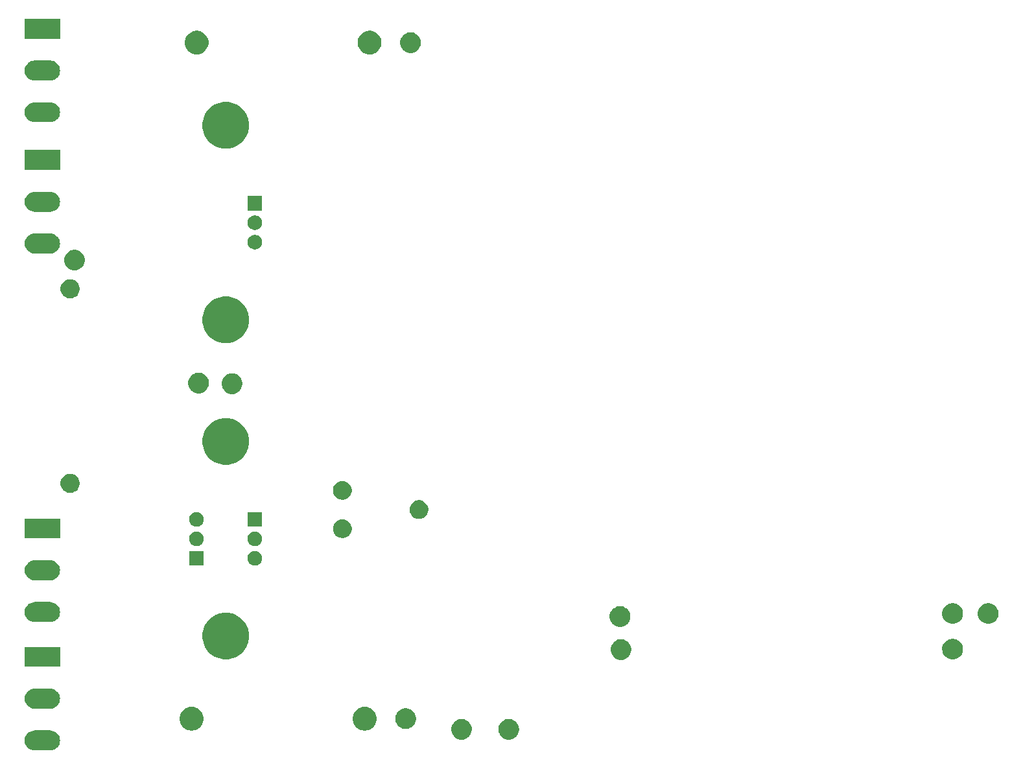
<source format=gbr>
G04 #@! TF.GenerationSoftware,KiCad,Pcbnew,5.1.5-52549c5~84~ubuntu18.04.1*
G04 #@! TF.CreationDate,2020-03-16T16:27:59+13:00*
G04 #@! TF.ProjectId,Trimodal SMD,5472696d-6f64-4616-9c20-534d442e6b69,rev?*
G04 #@! TF.SameCoordinates,Original*
G04 #@! TF.FileFunction,Soldermask,Bot*
G04 #@! TF.FilePolarity,Negative*
%FSLAX46Y46*%
G04 Gerber Fmt 4.6, Leading zero omitted, Abs format (unit mm)*
G04 Created by KiCad (PCBNEW 5.1.5-52549c5~84~ubuntu18.04.1) date 2020-03-16 16:27:59*
%MOMM*%
%LPD*%
G04 APERTURE LIST*
%ADD10C,0.100000*%
G04 APERTURE END LIST*
D10*
G36*
X66119972Y-127273912D02*
G01*
X66215540Y-127283325D01*
X66460780Y-127357718D01*
X66686794Y-127478525D01*
X66738399Y-127520876D01*
X66884897Y-127641103D01*
X66988165Y-127766937D01*
X67047475Y-127839206D01*
X67168282Y-128065220D01*
X67242675Y-128310460D01*
X67267794Y-128565500D01*
X67242675Y-128820540D01*
X67168282Y-129065780D01*
X67047475Y-129291794D01*
X67005124Y-129343399D01*
X66884897Y-129489897D01*
X66738399Y-129610124D01*
X66686794Y-129652475D01*
X66460780Y-129773282D01*
X66215540Y-129847675D01*
X66119973Y-129857087D01*
X66024406Y-129866500D01*
X63896594Y-129866500D01*
X63801027Y-129857087D01*
X63705460Y-129847675D01*
X63460220Y-129773282D01*
X63234206Y-129652475D01*
X63182601Y-129610124D01*
X63036103Y-129489897D01*
X62915876Y-129343399D01*
X62873525Y-129291794D01*
X62752718Y-129065780D01*
X62678325Y-128820540D01*
X62653206Y-128565500D01*
X62678325Y-128310460D01*
X62752718Y-128065220D01*
X62873525Y-127839206D01*
X62932835Y-127766937D01*
X63036103Y-127641103D01*
X63182601Y-127520876D01*
X63234206Y-127478525D01*
X63460220Y-127357718D01*
X63705460Y-127283325D01*
X63801028Y-127273912D01*
X63896594Y-127264500D01*
X66024406Y-127264500D01*
X66119972Y-127273912D01*
G37*
G36*
X126251072Y-125827918D02*
G01*
X126383476Y-125882761D01*
X126496939Y-125929759D01*
X126608328Y-126004187D01*
X126718211Y-126077609D01*
X126906391Y-126265789D01*
X127054242Y-126487063D01*
X127156082Y-126732928D01*
X127194734Y-126927242D01*
X127208000Y-126993938D01*
X127208000Y-127260062D01*
X127156082Y-127521072D01*
X127054241Y-127766939D01*
X126906390Y-127988212D01*
X126718212Y-128176390D01*
X126496939Y-128324241D01*
X126496938Y-128324242D01*
X126496937Y-128324242D01*
X126251072Y-128426082D01*
X125990063Y-128478000D01*
X125723937Y-128478000D01*
X125462928Y-128426082D01*
X125217063Y-128324242D01*
X125217062Y-128324242D01*
X125217061Y-128324241D01*
X124995788Y-128176390D01*
X124807610Y-127988212D01*
X124659759Y-127766939D01*
X124557918Y-127521072D01*
X124506000Y-127260062D01*
X124506000Y-126993938D01*
X124519267Y-126927242D01*
X124557918Y-126732928D01*
X124659758Y-126487063D01*
X124807609Y-126265789D01*
X124995789Y-126077609D01*
X125105672Y-126004187D01*
X125217061Y-125929759D01*
X125330525Y-125882761D01*
X125462928Y-125827918D01*
X125723937Y-125776000D01*
X125990063Y-125776000D01*
X126251072Y-125827918D01*
G37*
G36*
X120091572Y-125827918D02*
G01*
X120223976Y-125882761D01*
X120337439Y-125929759D01*
X120448828Y-126004187D01*
X120558711Y-126077609D01*
X120746891Y-126265789D01*
X120894742Y-126487063D01*
X120996582Y-126732928D01*
X121035234Y-126927242D01*
X121048500Y-126993938D01*
X121048500Y-127260062D01*
X120996582Y-127521072D01*
X120894741Y-127766939D01*
X120746890Y-127988212D01*
X120558712Y-128176390D01*
X120337439Y-128324241D01*
X120337438Y-128324242D01*
X120337437Y-128324242D01*
X120091572Y-128426082D01*
X119830563Y-128478000D01*
X119564437Y-128478000D01*
X119303428Y-128426082D01*
X119057563Y-128324242D01*
X119057562Y-128324242D01*
X119057561Y-128324241D01*
X118836288Y-128176390D01*
X118648110Y-127988212D01*
X118500259Y-127766939D01*
X118398418Y-127521072D01*
X118346500Y-127260062D01*
X118346500Y-126993938D01*
X118359767Y-126927242D01*
X118398418Y-126732928D01*
X118500258Y-126487063D01*
X118648109Y-126265789D01*
X118836289Y-126077609D01*
X118946172Y-126004187D01*
X119057561Y-125929759D01*
X119171025Y-125882761D01*
X119303428Y-125827918D01*
X119564437Y-125776000D01*
X119830563Y-125776000D01*
X120091572Y-125827918D01*
G37*
G36*
X84725777Y-124202475D02*
G01*
X84907410Y-124238604D01*
X85189674Y-124355521D01*
X85443705Y-124525259D01*
X85659741Y-124741295D01*
X85829479Y-124995326D01*
X85946396Y-125277590D01*
X86006000Y-125577240D01*
X86006000Y-125882760D01*
X85946396Y-126182410D01*
X85829479Y-126464674D01*
X85659741Y-126718705D01*
X85443705Y-126934741D01*
X85189674Y-127104479D01*
X84907410Y-127221396D01*
X84757585Y-127251198D01*
X84607761Y-127281000D01*
X84302239Y-127281000D01*
X84152415Y-127251198D01*
X84002590Y-127221396D01*
X83720326Y-127104479D01*
X83466295Y-126934741D01*
X83250259Y-126718705D01*
X83080521Y-126464674D01*
X82963604Y-126182410D01*
X82904000Y-125882760D01*
X82904000Y-125577240D01*
X82963604Y-125277590D01*
X83080521Y-124995326D01*
X83250259Y-124741295D01*
X83466295Y-124525259D01*
X83720326Y-124355521D01*
X84002590Y-124238604D01*
X84184223Y-124202475D01*
X84302239Y-124179000D01*
X84607761Y-124179000D01*
X84725777Y-124202475D01*
G37*
G36*
X107325777Y-124202475D02*
G01*
X107507410Y-124238604D01*
X107789674Y-124355521D01*
X108043705Y-124525259D01*
X108259741Y-124741295D01*
X108429479Y-124995326D01*
X108546396Y-125277590D01*
X108606000Y-125577240D01*
X108606000Y-125882760D01*
X108546396Y-126182410D01*
X108429479Y-126464674D01*
X108259741Y-126718705D01*
X108043705Y-126934741D01*
X107789674Y-127104479D01*
X107507410Y-127221396D01*
X107357585Y-127251198D01*
X107207761Y-127281000D01*
X106902239Y-127281000D01*
X106752415Y-127251198D01*
X106602590Y-127221396D01*
X106320326Y-127104479D01*
X106066295Y-126934741D01*
X105850259Y-126718705D01*
X105680521Y-126464674D01*
X105563604Y-126182410D01*
X105504000Y-125882760D01*
X105504000Y-125577240D01*
X105563604Y-125277590D01*
X105680521Y-124995326D01*
X105850259Y-124741295D01*
X106066295Y-124525259D01*
X106320326Y-124355521D01*
X106602590Y-124238604D01*
X106784223Y-124202475D01*
X106902239Y-124179000D01*
X107207761Y-124179000D01*
X107325777Y-124202475D01*
G37*
G36*
X112789072Y-124430918D02*
G01*
X113016833Y-124525259D01*
X113034939Y-124532759D01*
X113146328Y-124607187D01*
X113256211Y-124680609D01*
X113444391Y-124868789D01*
X113592242Y-125090063D01*
X113694082Y-125335928D01*
X113746000Y-125596937D01*
X113746000Y-125863063D01*
X113732733Y-125929759D01*
X113694082Y-126124072D01*
X113592241Y-126369939D01*
X113444390Y-126591212D01*
X113256212Y-126779390D01*
X113034939Y-126927241D01*
X113034938Y-126927242D01*
X113034937Y-126927242D01*
X112789072Y-127029082D01*
X112528063Y-127081000D01*
X112261937Y-127081000D01*
X112000928Y-127029082D01*
X111755063Y-126927242D01*
X111755062Y-126927242D01*
X111755061Y-126927241D01*
X111533788Y-126779390D01*
X111345610Y-126591212D01*
X111197759Y-126369939D01*
X111095918Y-126124072D01*
X111057267Y-125929759D01*
X111044000Y-125863063D01*
X111044000Y-125596937D01*
X111095918Y-125335928D01*
X111197758Y-125090063D01*
X111345609Y-124868789D01*
X111533789Y-124680609D01*
X111643672Y-124607187D01*
X111755061Y-124532759D01*
X111773168Y-124525259D01*
X112000928Y-124430918D01*
X112261937Y-124379000D01*
X112528063Y-124379000D01*
X112789072Y-124430918D01*
G37*
G36*
X66119973Y-121823913D02*
G01*
X66215540Y-121833325D01*
X66460780Y-121907718D01*
X66686794Y-122028525D01*
X66738399Y-122070876D01*
X66884897Y-122191103D01*
X67005124Y-122337601D01*
X67047475Y-122389206D01*
X67168282Y-122615220D01*
X67242675Y-122860460D01*
X67267794Y-123115500D01*
X67242675Y-123370540D01*
X67168282Y-123615780D01*
X67047475Y-123841794D01*
X67005124Y-123893399D01*
X66884897Y-124039897D01*
X66738399Y-124160124D01*
X66686794Y-124202475D01*
X66460780Y-124323282D01*
X66215540Y-124397675D01*
X66119973Y-124407087D01*
X66024406Y-124416500D01*
X63896594Y-124416500D01*
X63801027Y-124407087D01*
X63705460Y-124397675D01*
X63460220Y-124323282D01*
X63234206Y-124202475D01*
X63182601Y-124160124D01*
X63036103Y-124039897D01*
X62915876Y-123893399D01*
X62873525Y-123841794D01*
X62752718Y-123615780D01*
X62678325Y-123370540D01*
X62653206Y-123115500D01*
X62678325Y-122860460D01*
X62752718Y-122615220D01*
X62873525Y-122389206D01*
X62915876Y-122337601D01*
X63036103Y-122191103D01*
X63182601Y-122070876D01*
X63234206Y-122028525D01*
X63460220Y-121907718D01*
X63705460Y-121833325D01*
X63801027Y-121823913D01*
X63896594Y-121814500D01*
X66024406Y-121814500D01*
X66119973Y-121823913D01*
G37*
G36*
X67261500Y-118966500D02*
G01*
X62659500Y-118966500D01*
X62659500Y-116364500D01*
X67261500Y-116364500D01*
X67261500Y-118966500D01*
G37*
G36*
X140919572Y-115413918D02*
G01*
X141165439Y-115515759D01*
X141276828Y-115590187D01*
X141386711Y-115663609D01*
X141574891Y-115851789D01*
X141722742Y-116073063D01*
X141824582Y-116318928D01*
X141876500Y-116579937D01*
X141876500Y-116846063D01*
X141824582Y-117107072D01*
X141742654Y-117304866D01*
X141722741Y-117352939D01*
X141574890Y-117574212D01*
X141386712Y-117762390D01*
X141165439Y-117910241D01*
X141165438Y-117910242D01*
X141165437Y-117910242D01*
X140919572Y-118012082D01*
X140658563Y-118064000D01*
X140392437Y-118064000D01*
X140131428Y-118012082D01*
X139885563Y-117910242D01*
X139885562Y-117910242D01*
X139885561Y-117910241D01*
X139664288Y-117762390D01*
X139476110Y-117574212D01*
X139328259Y-117352939D01*
X139308347Y-117304866D01*
X139226418Y-117107072D01*
X139174500Y-116846063D01*
X139174500Y-116579937D01*
X139226418Y-116318928D01*
X139328258Y-116073063D01*
X139476109Y-115851789D01*
X139664289Y-115663609D01*
X139774172Y-115590187D01*
X139885561Y-115515759D01*
X140131428Y-115413918D01*
X140392437Y-115362000D01*
X140658563Y-115362000D01*
X140919572Y-115413918D01*
G37*
G36*
X184224573Y-115348419D02*
G01*
X184382703Y-115413918D01*
X184470440Y-115450260D01*
X184568464Y-115515758D01*
X184691712Y-115598110D01*
X184879892Y-115786290D01*
X185027743Y-116007564D01*
X185129583Y-116253429D01*
X185181501Y-116514438D01*
X185181501Y-116780564D01*
X185168472Y-116846063D01*
X185129583Y-117041573D01*
X185027742Y-117287440D01*
X184879891Y-117508713D01*
X184691713Y-117696891D01*
X184470440Y-117844742D01*
X184470439Y-117844743D01*
X184470438Y-117844743D01*
X184224573Y-117946583D01*
X183963564Y-117998501D01*
X183697438Y-117998501D01*
X183436429Y-117946583D01*
X183190564Y-117844743D01*
X183190563Y-117844743D01*
X183190562Y-117844742D01*
X182969289Y-117696891D01*
X182781111Y-117508713D01*
X182633260Y-117287440D01*
X182531419Y-117041573D01*
X182492530Y-116846063D01*
X182479501Y-116780564D01*
X182479501Y-116514438D01*
X182531419Y-116253429D01*
X182633259Y-116007564D01*
X182781110Y-115786290D01*
X182969290Y-115598110D01*
X183092538Y-115515758D01*
X183190562Y-115450260D01*
X183278300Y-115413918D01*
X183436429Y-115348419D01*
X183697438Y-115296501D01*
X183963564Y-115296501D01*
X184224573Y-115348419D01*
G37*
G36*
X89789943Y-112001248D02*
G01*
X90345189Y-112231238D01*
X90450762Y-112301780D01*
X90844899Y-112565134D01*
X91269866Y-112990101D01*
X91406603Y-113194742D01*
X91603762Y-113489811D01*
X91833752Y-114045057D01*
X91951000Y-114634501D01*
X91951000Y-115235499D01*
X91833752Y-115824943D01*
X91603762Y-116380189D01*
X91603761Y-116380190D01*
X91269866Y-116879899D01*
X90844899Y-117304866D01*
X90593347Y-117472948D01*
X90345189Y-117638762D01*
X89789943Y-117868752D01*
X89200499Y-117986000D01*
X88599501Y-117986000D01*
X88010057Y-117868752D01*
X87454811Y-117638762D01*
X87206653Y-117472948D01*
X86955101Y-117304866D01*
X86530134Y-116879899D01*
X86196239Y-116380190D01*
X86196238Y-116380189D01*
X85966248Y-115824943D01*
X85849000Y-115235499D01*
X85849000Y-114634501D01*
X85966248Y-114045057D01*
X86196238Y-113489811D01*
X86393397Y-113194742D01*
X86530134Y-112990101D01*
X86955101Y-112565134D01*
X87349238Y-112301780D01*
X87454811Y-112231238D01*
X88010057Y-112001248D01*
X88599501Y-111884000D01*
X89200499Y-111884000D01*
X89789943Y-112001248D01*
G37*
G36*
X140688446Y-111075206D02*
G01*
X140792572Y-111095918D01*
X141038439Y-111197759D01*
X141149828Y-111272187D01*
X141259711Y-111345609D01*
X141447891Y-111533789D01*
X141595742Y-111755063D01*
X141697582Y-112000928D01*
X141749500Y-112261937D01*
X141749500Y-112528063D01*
X141697582Y-112789072D01*
X141606369Y-113009282D01*
X141595741Y-113034939D01*
X141447890Y-113256212D01*
X141259712Y-113444390D01*
X141038439Y-113592241D01*
X141038438Y-113592242D01*
X141038437Y-113592242D01*
X140792572Y-113694082D01*
X140531563Y-113746000D01*
X140265437Y-113746000D01*
X140004428Y-113694082D01*
X139758563Y-113592242D01*
X139758562Y-113592242D01*
X139758561Y-113592241D01*
X139537288Y-113444390D01*
X139349110Y-113256212D01*
X139201259Y-113034939D01*
X139190632Y-113009282D01*
X139099418Y-112789072D01*
X139047500Y-112528063D01*
X139047500Y-112261937D01*
X139099418Y-112000928D01*
X139201258Y-111755063D01*
X139349109Y-111533789D01*
X139537289Y-111345609D01*
X139647172Y-111272187D01*
X139758561Y-111197759D01*
X140004428Y-111095918D01*
X140108554Y-111075206D01*
X140265437Y-111044000D01*
X140531563Y-111044000D01*
X140688446Y-111075206D01*
G37*
G36*
X188874573Y-110698419D02*
G01*
X188913457Y-110714525D01*
X189120440Y-110800260D01*
X189231829Y-110874688D01*
X189341712Y-110948110D01*
X189529892Y-111136290D01*
X189677743Y-111357564D01*
X189779583Y-111603429D01*
X189831501Y-111864438D01*
X189831501Y-112130564D01*
X189779583Y-112391573D01*
X189677743Y-112637438D01*
X189529892Y-112858712D01*
X189341712Y-113046892D01*
X189258489Y-113102500D01*
X189120440Y-113194742D01*
X189120439Y-113194743D01*
X189120438Y-113194743D01*
X188874573Y-113296583D01*
X188613564Y-113348501D01*
X188347438Y-113348501D01*
X188086429Y-113296583D01*
X187840564Y-113194743D01*
X187840563Y-113194743D01*
X187840562Y-113194742D01*
X187702513Y-113102500D01*
X187619290Y-113046892D01*
X187431110Y-112858712D01*
X187283259Y-112637438D01*
X187181419Y-112391573D01*
X187129501Y-112130564D01*
X187129501Y-111864438D01*
X187181419Y-111603429D01*
X187283259Y-111357564D01*
X187431110Y-111136290D01*
X187619290Y-110948110D01*
X187729173Y-110874688D01*
X187840562Y-110800260D01*
X188047546Y-110714525D01*
X188086429Y-110698419D01*
X188347438Y-110646501D01*
X188613564Y-110646501D01*
X188874573Y-110698419D01*
G37*
G36*
X184224573Y-110698419D02*
G01*
X184263457Y-110714525D01*
X184470440Y-110800260D01*
X184581829Y-110874688D01*
X184691712Y-110948110D01*
X184879892Y-111136290D01*
X185027743Y-111357564D01*
X185129583Y-111603429D01*
X185181501Y-111864438D01*
X185181501Y-112130564D01*
X185129583Y-112391573D01*
X185027743Y-112637438D01*
X184879892Y-112858712D01*
X184691712Y-113046892D01*
X184608489Y-113102500D01*
X184470440Y-113194742D01*
X184470439Y-113194743D01*
X184470438Y-113194743D01*
X184224573Y-113296583D01*
X183963564Y-113348501D01*
X183697438Y-113348501D01*
X183436429Y-113296583D01*
X183190564Y-113194743D01*
X183190563Y-113194743D01*
X183190562Y-113194742D01*
X183052513Y-113102500D01*
X182969290Y-113046892D01*
X182781110Y-112858712D01*
X182633259Y-112637438D01*
X182531419Y-112391573D01*
X182479501Y-112130564D01*
X182479501Y-111864438D01*
X182531419Y-111603429D01*
X182633259Y-111357564D01*
X182781110Y-111136290D01*
X182969290Y-110948110D01*
X183079173Y-110874688D01*
X183190562Y-110800260D01*
X183397546Y-110714525D01*
X183436429Y-110698419D01*
X183697438Y-110646501D01*
X183963564Y-110646501D01*
X184224573Y-110698419D01*
G37*
G36*
X66119973Y-110509913D02*
G01*
X66215540Y-110519325D01*
X66460780Y-110593718D01*
X66686794Y-110714525D01*
X66738399Y-110756876D01*
X66884897Y-110877103D01*
X67005124Y-111023601D01*
X67047475Y-111075206D01*
X67168282Y-111301220D01*
X67242675Y-111546460D01*
X67267794Y-111801500D01*
X67242675Y-112056540D01*
X67168282Y-112301780D01*
X67047475Y-112527794D01*
X67016831Y-112565134D01*
X66884897Y-112725897D01*
X66738399Y-112846124D01*
X66686794Y-112888475D01*
X66460780Y-113009282D01*
X66215540Y-113083675D01*
X66119973Y-113093087D01*
X66024406Y-113102500D01*
X63896594Y-113102500D01*
X63801027Y-113093087D01*
X63705460Y-113083675D01*
X63460220Y-113009282D01*
X63234206Y-112888475D01*
X63182601Y-112846124D01*
X63036103Y-112725897D01*
X62904169Y-112565134D01*
X62873525Y-112527794D01*
X62752718Y-112301780D01*
X62678325Y-112056540D01*
X62653206Y-111801500D01*
X62678325Y-111546460D01*
X62752718Y-111301220D01*
X62873525Y-111075206D01*
X62915876Y-111023601D01*
X63036103Y-110877103D01*
X63182601Y-110756876D01*
X63234206Y-110714525D01*
X63460220Y-110593718D01*
X63705460Y-110519325D01*
X63801027Y-110509913D01*
X63896594Y-110500500D01*
X66024406Y-110500500D01*
X66119973Y-110509913D01*
G37*
G36*
X66043656Y-105052396D02*
G01*
X66215540Y-105069325D01*
X66460780Y-105143718D01*
X66686794Y-105264525D01*
X66738399Y-105306876D01*
X66884897Y-105427103D01*
X66955956Y-105513690D01*
X67047475Y-105625206D01*
X67168282Y-105851220D01*
X67242675Y-106096460D01*
X67267794Y-106351500D01*
X67242675Y-106606540D01*
X67168282Y-106851780D01*
X67047475Y-107077794D01*
X67005124Y-107129399D01*
X66884897Y-107275897D01*
X66738399Y-107396124D01*
X66686794Y-107438475D01*
X66460780Y-107559282D01*
X66215540Y-107633675D01*
X66119973Y-107643087D01*
X66024406Y-107652500D01*
X63896594Y-107652500D01*
X63801027Y-107643087D01*
X63705460Y-107633675D01*
X63460220Y-107559282D01*
X63234206Y-107438475D01*
X63182601Y-107396124D01*
X63036103Y-107275897D01*
X62915876Y-107129399D01*
X62873525Y-107077794D01*
X62752718Y-106851780D01*
X62678325Y-106606540D01*
X62653206Y-106351500D01*
X62678325Y-106096460D01*
X62752718Y-105851220D01*
X62873525Y-105625206D01*
X62965044Y-105513690D01*
X63036103Y-105427103D01*
X63182601Y-105306876D01*
X63234206Y-105264525D01*
X63460220Y-105143718D01*
X63705460Y-105069325D01*
X63877344Y-105052396D01*
X63896594Y-105050500D01*
X66024406Y-105050500D01*
X66043656Y-105052396D01*
G37*
G36*
X86041000Y-105726000D02*
G01*
X84139000Y-105726000D01*
X84139000Y-103824000D01*
X86041000Y-103824000D01*
X86041000Y-105726000D01*
G37*
G36*
X92987395Y-103860546D02*
G01*
X93160466Y-103932234D01*
X93160467Y-103932235D01*
X93316227Y-104036310D01*
X93448690Y-104168773D01*
X93448691Y-104168775D01*
X93552766Y-104324534D01*
X93624454Y-104497605D01*
X93661000Y-104681333D01*
X93661000Y-104868667D01*
X93624454Y-105052395D01*
X93552766Y-105225466D01*
X93501081Y-105302818D01*
X93448690Y-105381227D01*
X93316227Y-105513690D01*
X93237818Y-105566081D01*
X93160466Y-105617766D01*
X92987395Y-105689454D01*
X92803667Y-105726000D01*
X92616333Y-105726000D01*
X92432605Y-105689454D01*
X92259534Y-105617766D01*
X92182182Y-105566081D01*
X92103773Y-105513690D01*
X91971310Y-105381227D01*
X91918919Y-105302818D01*
X91867234Y-105225466D01*
X91795546Y-105052395D01*
X91759000Y-104868667D01*
X91759000Y-104681333D01*
X91795546Y-104497605D01*
X91867234Y-104324534D01*
X91971309Y-104168775D01*
X91971310Y-104168773D01*
X92103773Y-104036310D01*
X92259533Y-103932235D01*
X92259534Y-103932234D01*
X92432605Y-103860546D01*
X92616333Y-103824000D01*
X92803667Y-103824000D01*
X92987395Y-103860546D01*
G37*
G36*
X85367395Y-101320546D02*
G01*
X85540466Y-101392234D01*
X85540467Y-101392235D01*
X85696227Y-101496310D01*
X85828690Y-101628773D01*
X85828691Y-101628775D01*
X85932766Y-101784534D01*
X86004454Y-101957605D01*
X86041000Y-102141333D01*
X86041000Y-102328667D01*
X86004454Y-102512395D01*
X85932766Y-102685466D01*
X85932765Y-102685467D01*
X85828690Y-102841227D01*
X85696227Y-102973690D01*
X85617818Y-103026081D01*
X85540466Y-103077766D01*
X85367395Y-103149454D01*
X85183667Y-103186000D01*
X84996333Y-103186000D01*
X84812605Y-103149454D01*
X84639534Y-103077766D01*
X84562182Y-103026081D01*
X84483773Y-102973690D01*
X84351310Y-102841227D01*
X84247235Y-102685467D01*
X84247234Y-102685466D01*
X84175546Y-102512395D01*
X84139000Y-102328667D01*
X84139000Y-102141333D01*
X84175546Y-101957605D01*
X84247234Y-101784534D01*
X84351309Y-101628775D01*
X84351310Y-101628773D01*
X84483773Y-101496310D01*
X84639533Y-101392235D01*
X84639534Y-101392234D01*
X84812605Y-101320546D01*
X84996333Y-101284000D01*
X85183667Y-101284000D01*
X85367395Y-101320546D01*
G37*
G36*
X92987395Y-101320546D02*
G01*
X93160466Y-101392234D01*
X93160467Y-101392235D01*
X93316227Y-101496310D01*
X93448690Y-101628773D01*
X93448691Y-101628775D01*
X93552766Y-101784534D01*
X93624454Y-101957605D01*
X93661000Y-102141333D01*
X93661000Y-102328667D01*
X93624454Y-102512395D01*
X93552766Y-102685466D01*
X93552765Y-102685467D01*
X93448690Y-102841227D01*
X93316227Y-102973690D01*
X93237818Y-103026081D01*
X93160466Y-103077766D01*
X92987395Y-103149454D01*
X92803667Y-103186000D01*
X92616333Y-103186000D01*
X92432605Y-103149454D01*
X92259534Y-103077766D01*
X92182182Y-103026081D01*
X92103773Y-102973690D01*
X91971310Y-102841227D01*
X91867235Y-102685467D01*
X91867234Y-102685466D01*
X91795546Y-102512395D01*
X91759000Y-102328667D01*
X91759000Y-102141333D01*
X91795546Y-101957605D01*
X91867234Y-101784534D01*
X91971309Y-101628775D01*
X91971310Y-101628773D01*
X92103773Y-101496310D01*
X92259533Y-101392235D01*
X92259534Y-101392234D01*
X92432605Y-101320546D01*
X92616333Y-101284000D01*
X92803667Y-101284000D01*
X92987395Y-101320546D01*
G37*
G36*
X67261500Y-102202500D02*
G01*
X62659500Y-102202500D01*
X62659500Y-99600500D01*
X67261500Y-99600500D01*
X67261500Y-102202500D01*
G37*
G36*
X104378205Y-99727461D02*
G01*
X104496153Y-99750922D01*
X104587272Y-99788665D01*
X104718359Y-99842963D01*
X104918342Y-99976587D01*
X105088413Y-100146658D01*
X105222037Y-100346641D01*
X105258094Y-100433690D01*
X105314078Y-100568847D01*
X105361000Y-100804742D01*
X105361000Y-101045258D01*
X105314078Y-101281153D01*
X105297760Y-101320547D01*
X105222037Y-101503359D01*
X105088413Y-101703342D01*
X104918342Y-101873413D01*
X104718359Y-102007037D01*
X104588194Y-102060953D01*
X104496153Y-102099078D01*
X104378205Y-102122539D01*
X104260259Y-102146000D01*
X104019741Y-102146000D01*
X103901795Y-102122539D01*
X103783847Y-102099078D01*
X103691806Y-102060953D01*
X103561641Y-102007037D01*
X103361658Y-101873413D01*
X103191587Y-101703342D01*
X103057963Y-101503359D01*
X102982240Y-101320547D01*
X102965922Y-101281153D01*
X102919000Y-101045258D01*
X102919000Y-100804742D01*
X102965922Y-100568847D01*
X103021906Y-100433690D01*
X103057963Y-100346641D01*
X103191587Y-100146658D01*
X103361658Y-99976587D01*
X103561641Y-99842963D01*
X103692728Y-99788665D01*
X103783847Y-99750922D01*
X103901795Y-99727461D01*
X104019741Y-99704000D01*
X104260259Y-99704000D01*
X104378205Y-99727461D01*
G37*
G36*
X85367395Y-98780546D02*
G01*
X85540466Y-98852234D01*
X85540467Y-98852235D01*
X85696227Y-98956310D01*
X85828690Y-99088773D01*
X85828691Y-99088775D01*
X85932766Y-99244534D01*
X86004454Y-99417605D01*
X86041000Y-99601333D01*
X86041000Y-99788667D01*
X86004454Y-99972395D01*
X85932766Y-100145466D01*
X85881081Y-100222818D01*
X85828690Y-100301227D01*
X85696227Y-100433690D01*
X85617818Y-100486081D01*
X85540466Y-100537766D01*
X85367395Y-100609454D01*
X85183667Y-100646000D01*
X84996333Y-100646000D01*
X84812605Y-100609454D01*
X84639534Y-100537766D01*
X84562182Y-100486081D01*
X84483773Y-100433690D01*
X84351310Y-100301227D01*
X84298919Y-100222818D01*
X84247234Y-100145466D01*
X84175546Y-99972395D01*
X84139000Y-99788667D01*
X84139000Y-99601333D01*
X84175546Y-99417605D01*
X84247234Y-99244534D01*
X84351309Y-99088775D01*
X84351310Y-99088773D01*
X84483773Y-98956310D01*
X84639533Y-98852235D01*
X84639534Y-98852234D01*
X84812605Y-98780546D01*
X84996333Y-98744000D01*
X85183667Y-98744000D01*
X85367395Y-98780546D01*
G37*
G36*
X93661000Y-100646000D02*
G01*
X91759000Y-100646000D01*
X91759000Y-98744000D01*
X93661000Y-98744000D01*
X93661000Y-100646000D01*
G37*
G36*
X114496153Y-97250922D02*
G01*
X114588194Y-97289047D01*
X114718359Y-97342963D01*
X114918342Y-97476587D01*
X115088413Y-97646658D01*
X115222037Y-97846641D01*
X115275953Y-97976806D01*
X115314078Y-98068847D01*
X115361000Y-98304742D01*
X115361000Y-98545258D01*
X115314199Y-98780547D01*
X115314078Y-98781152D01*
X115222037Y-99003359D01*
X115088413Y-99203342D01*
X114918342Y-99373413D01*
X114718359Y-99507037D01*
X114588194Y-99560953D01*
X114496153Y-99599078D01*
X114260259Y-99646000D01*
X114019741Y-99646000D01*
X113901795Y-99622539D01*
X113783847Y-99599078D01*
X113691806Y-99560953D01*
X113561641Y-99507037D01*
X113361658Y-99373413D01*
X113191587Y-99203342D01*
X113057963Y-99003359D01*
X112965922Y-98781152D01*
X112965802Y-98780547D01*
X112919000Y-98545258D01*
X112919000Y-98304742D01*
X112965922Y-98068847D01*
X113004047Y-97976806D01*
X113057963Y-97846641D01*
X113191587Y-97646658D01*
X113361658Y-97476587D01*
X113561641Y-97342963D01*
X113691806Y-97289047D01*
X113783847Y-97250922D01*
X114019741Y-97204000D01*
X114260259Y-97204000D01*
X114496153Y-97250922D01*
G37*
G36*
X104378205Y-94727461D02*
G01*
X104496153Y-94750922D01*
X104588194Y-94789047D01*
X104718359Y-94842963D01*
X104918342Y-94976587D01*
X105088413Y-95146658D01*
X105222037Y-95346641D01*
X105314078Y-95568848D01*
X105361000Y-95804741D01*
X105361000Y-96045259D01*
X105314078Y-96281152D01*
X105222037Y-96503359D01*
X105088413Y-96703342D01*
X104918342Y-96873413D01*
X104718359Y-97007037D01*
X104588194Y-97060953D01*
X104496153Y-97099078D01*
X104378205Y-97122539D01*
X104260259Y-97146000D01*
X104019741Y-97146000D01*
X103901795Y-97122539D01*
X103783847Y-97099078D01*
X103691806Y-97060953D01*
X103561641Y-97007037D01*
X103361658Y-96873413D01*
X103191587Y-96703342D01*
X103057963Y-96503359D01*
X102965922Y-96281152D01*
X102919000Y-96045259D01*
X102919000Y-95804741D01*
X102965922Y-95568848D01*
X103057963Y-95346641D01*
X103191587Y-95146658D01*
X103361658Y-94976587D01*
X103561641Y-94842963D01*
X103691806Y-94789047D01*
X103783847Y-94750922D01*
X103901795Y-94727461D01*
X104019741Y-94704000D01*
X104260259Y-94704000D01*
X104378205Y-94727461D01*
G37*
G36*
X68944903Y-93793075D02*
G01*
X69172571Y-93887378D01*
X69377466Y-94024285D01*
X69551715Y-94198534D01*
X69688622Y-94403429D01*
X69782925Y-94631097D01*
X69831000Y-94872787D01*
X69831000Y-95119213D01*
X69782925Y-95360903D01*
X69688622Y-95588571D01*
X69551715Y-95793466D01*
X69377466Y-95967715D01*
X69172571Y-96104622D01*
X69172570Y-96104623D01*
X69172569Y-96104623D01*
X68944903Y-96198925D01*
X68703214Y-96247000D01*
X68456786Y-96247000D01*
X68215097Y-96198925D01*
X67987431Y-96104623D01*
X67987430Y-96104623D01*
X67987429Y-96104622D01*
X67782534Y-95967715D01*
X67608285Y-95793466D01*
X67471378Y-95588571D01*
X67377075Y-95360903D01*
X67329000Y-95119213D01*
X67329000Y-94872787D01*
X67377075Y-94631097D01*
X67471378Y-94403429D01*
X67608285Y-94198534D01*
X67782534Y-94024285D01*
X67987429Y-93887378D01*
X68215097Y-93793075D01*
X68456786Y-93745000D01*
X68703214Y-93745000D01*
X68944903Y-93793075D01*
G37*
G36*
X89789943Y-86601248D02*
G01*
X90345189Y-86831238D01*
X90345190Y-86831239D01*
X90844899Y-87165134D01*
X91269866Y-87590101D01*
X91269867Y-87590103D01*
X91603762Y-88089811D01*
X91833752Y-88645057D01*
X91951000Y-89234501D01*
X91951000Y-89835499D01*
X91833752Y-90424943D01*
X91603762Y-90980189D01*
X91603761Y-90980190D01*
X91269866Y-91479899D01*
X90844899Y-91904866D01*
X90593347Y-92072948D01*
X90345189Y-92238762D01*
X89789943Y-92468752D01*
X89200499Y-92586000D01*
X88599501Y-92586000D01*
X88010057Y-92468752D01*
X87454811Y-92238762D01*
X87206653Y-92072948D01*
X86955101Y-91904866D01*
X86530134Y-91479899D01*
X86196239Y-90980190D01*
X86196238Y-90980189D01*
X85966248Y-90424943D01*
X85849000Y-89835499D01*
X85849000Y-89234501D01*
X85966248Y-88645057D01*
X86196238Y-88089811D01*
X86530133Y-87590103D01*
X86530134Y-87590101D01*
X86955101Y-87165134D01*
X87454810Y-86831239D01*
X87454811Y-86831238D01*
X88010057Y-86601248D01*
X88599501Y-86484000D01*
X89200499Y-86484000D01*
X89789943Y-86601248D01*
G37*
G36*
X90119572Y-80679418D02*
G01*
X90212134Y-80717758D01*
X90365439Y-80781259D01*
X90476828Y-80855687D01*
X90586711Y-80929109D01*
X90774891Y-81117289D01*
X90922742Y-81338563D01*
X91024582Y-81584428D01*
X91076500Y-81845437D01*
X91076500Y-82111563D01*
X91024582Y-82372572D01*
X90949044Y-82554939D01*
X90922741Y-82618439D01*
X90774890Y-82839712D01*
X90586712Y-83027890D01*
X90365439Y-83175741D01*
X90365438Y-83175742D01*
X90365437Y-83175742D01*
X90119572Y-83277582D01*
X89858563Y-83329500D01*
X89592437Y-83329500D01*
X89331428Y-83277582D01*
X89085563Y-83175742D01*
X89085562Y-83175742D01*
X89085561Y-83175741D01*
X88864288Y-83027890D01*
X88676110Y-82839712D01*
X88528259Y-82618439D01*
X88501957Y-82554939D01*
X88426418Y-82372572D01*
X88374500Y-82111563D01*
X88374500Y-81845437D01*
X88426418Y-81584428D01*
X88528258Y-81338563D01*
X88676109Y-81117289D01*
X88864289Y-80929109D01*
X88974172Y-80855687D01*
X89085561Y-80781259D01*
X89238867Y-80717758D01*
X89331428Y-80679418D01*
X89592437Y-80627500D01*
X89858563Y-80627500D01*
X90119572Y-80679418D01*
G37*
G36*
X85738072Y-80615918D02*
G01*
X85983939Y-80717759D01*
X86078971Y-80781258D01*
X86205211Y-80865609D01*
X86393391Y-81053789D01*
X86541242Y-81275063D01*
X86567544Y-81338563D01*
X86643082Y-81520928D01*
X86695000Y-81781938D01*
X86695000Y-82048062D01*
X86643082Y-82309072D01*
X86541241Y-82554939D01*
X86393390Y-82776212D01*
X86205212Y-82964390D01*
X85983939Y-83112241D01*
X85983938Y-83112242D01*
X85983937Y-83112242D01*
X85738072Y-83214082D01*
X85477063Y-83266000D01*
X85210937Y-83266000D01*
X84949928Y-83214082D01*
X84704063Y-83112242D01*
X84704062Y-83112242D01*
X84704061Y-83112241D01*
X84482788Y-82964390D01*
X84294610Y-82776212D01*
X84146759Y-82554939D01*
X84044918Y-82309072D01*
X83993000Y-82048062D01*
X83993000Y-81781938D01*
X84044918Y-81520928D01*
X84120456Y-81338563D01*
X84146758Y-81275063D01*
X84294609Y-81053789D01*
X84482789Y-80865609D01*
X84609029Y-80781258D01*
X84704061Y-80717759D01*
X84949928Y-80615918D01*
X85210937Y-80564000D01*
X85477063Y-80564000D01*
X85738072Y-80615918D01*
G37*
G36*
X89789943Y-70726248D02*
G01*
X90345189Y-70956238D01*
X90345190Y-70956239D01*
X90844899Y-71290134D01*
X91269866Y-71715101D01*
X91269867Y-71715103D01*
X91603762Y-72214811D01*
X91833752Y-72770057D01*
X91951000Y-73359501D01*
X91951000Y-73960499D01*
X91833752Y-74549943D01*
X91603762Y-75105189D01*
X91603761Y-75105190D01*
X91269866Y-75604899D01*
X90844899Y-76029866D01*
X90593347Y-76197948D01*
X90345189Y-76363762D01*
X89789943Y-76593752D01*
X89200499Y-76711000D01*
X88599501Y-76711000D01*
X88010057Y-76593752D01*
X87454811Y-76363762D01*
X87206653Y-76197948D01*
X86955101Y-76029866D01*
X86530134Y-75604899D01*
X86196239Y-75105190D01*
X86196238Y-75105189D01*
X85966248Y-74549943D01*
X85849000Y-73960499D01*
X85849000Y-73359501D01*
X85966248Y-72770057D01*
X86196238Y-72214811D01*
X86530133Y-71715103D01*
X86530134Y-71715101D01*
X86955101Y-71290134D01*
X87454810Y-70956239D01*
X87454811Y-70956238D01*
X88010057Y-70726248D01*
X88599501Y-70609000D01*
X89200499Y-70609000D01*
X89789943Y-70726248D01*
G37*
G36*
X68944903Y-68393075D02*
G01*
X69172571Y-68487378D01*
X69377466Y-68624285D01*
X69551715Y-68798534D01*
X69688622Y-69003429D01*
X69782925Y-69231097D01*
X69831000Y-69472787D01*
X69831000Y-69719213D01*
X69782925Y-69960903D01*
X69688622Y-70188571D01*
X69551715Y-70393466D01*
X69377466Y-70567715D01*
X69172571Y-70704622D01*
X69172570Y-70704623D01*
X69172569Y-70704623D01*
X68944903Y-70798925D01*
X68703214Y-70847000D01*
X68456786Y-70847000D01*
X68215097Y-70798925D01*
X67987431Y-70704623D01*
X67987430Y-70704623D01*
X67987429Y-70704622D01*
X67782534Y-70567715D01*
X67608285Y-70393466D01*
X67471378Y-70188571D01*
X67377075Y-69960903D01*
X67329000Y-69719213D01*
X67329000Y-69472787D01*
X67377075Y-69231097D01*
X67471378Y-69003429D01*
X67608285Y-68798534D01*
X67782534Y-68624285D01*
X67987429Y-68487378D01*
X68215097Y-68393075D01*
X68456786Y-68345000D01*
X68703214Y-68345000D01*
X68944903Y-68393075D01*
G37*
G36*
X69545572Y-64550418D02*
G01*
X69701237Y-64614896D01*
X69791439Y-64652259D01*
X69902828Y-64726687D01*
X70012711Y-64800109D01*
X70200891Y-64988289D01*
X70274313Y-65098172D01*
X70348741Y-65209561D01*
X70450582Y-65455428D01*
X70502500Y-65716438D01*
X70502500Y-65982562D01*
X70450582Y-66243572D01*
X70348741Y-66489439D01*
X70200890Y-66710712D01*
X70012712Y-66898890D01*
X69791439Y-67046741D01*
X69791438Y-67046742D01*
X69791437Y-67046742D01*
X69545572Y-67148582D01*
X69284563Y-67200500D01*
X69018437Y-67200500D01*
X68757428Y-67148582D01*
X68511563Y-67046742D01*
X68511562Y-67046742D01*
X68511561Y-67046741D01*
X68290288Y-66898890D01*
X68102110Y-66710712D01*
X67954259Y-66489439D01*
X67852418Y-66243572D01*
X67800500Y-65982562D01*
X67800500Y-65716438D01*
X67852418Y-65455428D01*
X67954259Y-65209561D01*
X68028687Y-65098172D01*
X68102109Y-64988289D01*
X68290289Y-64800109D01*
X68400172Y-64726687D01*
X68511561Y-64652259D01*
X68601764Y-64614896D01*
X68757428Y-64550418D01*
X69018437Y-64498500D01*
X69284563Y-64498500D01*
X69545572Y-64550418D01*
G37*
G36*
X66119973Y-62398913D02*
G01*
X66215540Y-62408325D01*
X66460780Y-62482718D01*
X66686794Y-62603525D01*
X66738399Y-62645876D01*
X66884897Y-62766103D01*
X67005124Y-62912601D01*
X67047475Y-62964206D01*
X67168282Y-63190220D01*
X67242675Y-63435460D01*
X67267794Y-63690500D01*
X67242675Y-63945540D01*
X67168282Y-64190780D01*
X67047475Y-64416794D01*
X67005124Y-64468399D01*
X66884897Y-64614897D01*
X66738399Y-64735124D01*
X66686794Y-64777475D01*
X66460780Y-64898282D01*
X66215540Y-64972675D01*
X66119973Y-64982087D01*
X66024406Y-64991500D01*
X63896594Y-64991500D01*
X63801027Y-64982087D01*
X63705460Y-64972675D01*
X63460220Y-64898282D01*
X63234206Y-64777475D01*
X63182601Y-64735124D01*
X63036103Y-64614897D01*
X62915876Y-64468399D01*
X62873525Y-64416794D01*
X62752718Y-64190780D01*
X62678325Y-63945540D01*
X62653206Y-63690500D01*
X62678325Y-63435460D01*
X62752718Y-63190220D01*
X62873525Y-62964206D01*
X62915876Y-62912601D01*
X63036103Y-62766103D01*
X63182601Y-62645876D01*
X63234206Y-62603525D01*
X63460220Y-62482718D01*
X63705460Y-62408325D01*
X63801027Y-62398913D01*
X63896594Y-62389500D01*
X66024406Y-62389500D01*
X66119973Y-62398913D01*
G37*
G36*
X92987395Y-62585546D02*
G01*
X93160466Y-62657234D01*
X93160467Y-62657235D01*
X93316227Y-62761310D01*
X93448690Y-62893773D01*
X93448691Y-62893775D01*
X93552766Y-63049534D01*
X93624454Y-63222605D01*
X93661000Y-63406333D01*
X93661000Y-63593667D01*
X93624454Y-63777395D01*
X93552766Y-63950466D01*
X93552765Y-63950467D01*
X93448690Y-64106227D01*
X93316227Y-64238690D01*
X93237818Y-64291081D01*
X93160466Y-64342766D01*
X92987395Y-64414454D01*
X92803667Y-64451000D01*
X92616333Y-64451000D01*
X92432605Y-64414454D01*
X92259534Y-64342766D01*
X92182182Y-64291081D01*
X92103773Y-64238690D01*
X91971310Y-64106227D01*
X91867235Y-63950467D01*
X91867234Y-63950466D01*
X91795546Y-63777395D01*
X91759000Y-63593667D01*
X91759000Y-63406333D01*
X91795546Y-63222605D01*
X91867234Y-63049534D01*
X91971309Y-62893775D01*
X91971310Y-62893773D01*
X92103773Y-62761310D01*
X92259533Y-62657235D01*
X92259534Y-62657234D01*
X92432605Y-62585546D01*
X92616333Y-62549000D01*
X92803667Y-62549000D01*
X92987395Y-62585546D01*
G37*
G36*
X92987395Y-60045546D02*
G01*
X93160466Y-60117234D01*
X93160467Y-60117235D01*
X93316227Y-60221310D01*
X93448690Y-60353773D01*
X93448691Y-60353775D01*
X93552766Y-60509534D01*
X93624454Y-60682605D01*
X93661000Y-60866333D01*
X93661000Y-61053667D01*
X93624454Y-61237395D01*
X93552766Y-61410466D01*
X93552765Y-61410467D01*
X93448690Y-61566227D01*
X93316227Y-61698690D01*
X93237818Y-61751081D01*
X93160466Y-61802766D01*
X92987395Y-61874454D01*
X92803667Y-61911000D01*
X92616333Y-61911000D01*
X92432605Y-61874454D01*
X92259534Y-61802766D01*
X92182182Y-61751081D01*
X92103773Y-61698690D01*
X91971310Y-61566227D01*
X91867235Y-61410467D01*
X91867234Y-61410466D01*
X91795546Y-61237395D01*
X91759000Y-61053667D01*
X91759000Y-60866333D01*
X91795546Y-60682605D01*
X91867234Y-60509534D01*
X91971309Y-60353775D01*
X91971310Y-60353773D01*
X92103773Y-60221310D01*
X92259533Y-60117235D01*
X92259534Y-60117234D01*
X92432605Y-60045546D01*
X92616333Y-60009000D01*
X92803667Y-60009000D01*
X92987395Y-60045546D01*
G37*
G36*
X66119973Y-56948913D02*
G01*
X66215540Y-56958325D01*
X66460780Y-57032718D01*
X66686794Y-57153525D01*
X66738399Y-57195876D01*
X66884897Y-57316103D01*
X67005124Y-57462601D01*
X67047475Y-57514206D01*
X67168282Y-57740220D01*
X67242675Y-57985460D01*
X67267794Y-58240500D01*
X67242675Y-58495540D01*
X67168282Y-58740780D01*
X67047475Y-58966794D01*
X67005124Y-59018399D01*
X66884897Y-59164897D01*
X66738399Y-59285124D01*
X66686794Y-59327475D01*
X66460780Y-59448282D01*
X66215540Y-59522675D01*
X66119972Y-59532088D01*
X66024406Y-59541500D01*
X63896594Y-59541500D01*
X63801028Y-59532088D01*
X63705460Y-59522675D01*
X63460220Y-59448282D01*
X63234206Y-59327475D01*
X63182601Y-59285124D01*
X63036103Y-59164897D01*
X62915876Y-59018399D01*
X62873525Y-58966794D01*
X62752718Y-58740780D01*
X62678325Y-58495540D01*
X62653206Y-58240500D01*
X62678325Y-57985460D01*
X62752718Y-57740220D01*
X62873525Y-57514206D01*
X62915876Y-57462601D01*
X63036103Y-57316103D01*
X63182601Y-57195876D01*
X63234206Y-57153525D01*
X63460220Y-57032718D01*
X63705460Y-56958325D01*
X63801027Y-56948913D01*
X63896594Y-56939500D01*
X66024406Y-56939500D01*
X66119973Y-56948913D01*
G37*
G36*
X93661000Y-59371000D02*
G01*
X91759000Y-59371000D01*
X91759000Y-57469000D01*
X93661000Y-57469000D01*
X93661000Y-59371000D01*
G37*
G36*
X67261500Y-54091500D02*
G01*
X62659500Y-54091500D01*
X62659500Y-51489500D01*
X67261500Y-51489500D01*
X67261500Y-54091500D01*
G37*
G36*
X89789943Y-45326248D02*
G01*
X90345189Y-45556238D01*
X90593347Y-45722052D01*
X90844899Y-45890134D01*
X91269866Y-46315101D01*
X91269867Y-46315103D01*
X91603762Y-46814811D01*
X91833752Y-47370057D01*
X91951000Y-47959501D01*
X91951000Y-48560499D01*
X91833752Y-49149943D01*
X91603762Y-49705189D01*
X91603761Y-49705190D01*
X91269866Y-50204899D01*
X90844899Y-50629866D01*
X90593347Y-50797948D01*
X90345189Y-50963762D01*
X89789943Y-51193752D01*
X89200499Y-51311000D01*
X88599501Y-51311000D01*
X88010057Y-51193752D01*
X87454811Y-50963762D01*
X87206653Y-50797948D01*
X86955101Y-50629866D01*
X86530134Y-50204899D01*
X86196239Y-49705190D01*
X86196238Y-49705189D01*
X85966248Y-49149943D01*
X85849000Y-48560499D01*
X85849000Y-47959501D01*
X85966248Y-47370057D01*
X86196238Y-46814811D01*
X86530133Y-46315103D01*
X86530134Y-46315101D01*
X86955101Y-45890134D01*
X87206653Y-45722052D01*
X87454811Y-45556238D01*
X88010057Y-45326248D01*
X88599501Y-45209000D01*
X89200499Y-45209000D01*
X89789943Y-45326248D01*
G37*
G36*
X66119972Y-45253912D02*
G01*
X66215540Y-45263325D01*
X66460780Y-45337718D01*
X66686794Y-45458525D01*
X66738399Y-45500876D01*
X66884897Y-45621103D01*
X67005124Y-45767601D01*
X67047475Y-45819206D01*
X67168282Y-46045220D01*
X67242675Y-46290460D01*
X67267794Y-46545500D01*
X67242675Y-46800540D01*
X67168282Y-47045780D01*
X67047475Y-47271794D01*
X67005124Y-47323399D01*
X66884897Y-47469897D01*
X66738399Y-47590124D01*
X66686794Y-47632475D01*
X66460780Y-47753282D01*
X66215540Y-47827675D01*
X66119973Y-47837087D01*
X66024406Y-47846500D01*
X63896594Y-47846500D01*
X63801028Y-47837088D01*
X63705460Y-47827675D01*
X63460220Y-47753282D01*
X63234206Y-47632475D01*
X63182601Y-47590124D01*
X63036103Y-47469897D01*
X62915876Y-47323399D01*
X62873525Y-47271794D01*
X62752718Y-47045780D01*
X62678325Y-46800540D01*
X62653206Y-46545500D01*
X62678325Y-46290460D01*
X62752718Y-46045220D01*
X62873525Y-45819206D01*
X62915876Y-45767601D01*
X63036103Y-45621103D01*
X63182601Y-45500876D01*
X63234206Y-45458525D01*
X63460220Y-45337718D01*
X63705460Y-45263325D01*
X63801028Y-45253912D01*
X63896594Y-45244500D01*
X66024406Y-45244500D01*
X66119972Y-45253912D01*
G37*
G36*
X66119972Y-39803912D02*
G01*
X66215540Y-39813325D01*
X66460780Y-39887718D01*
X66686794Y-40008525D01*
X66738399Y-40050876D01*
X66884897Y-40171103D01*
X67005124Y-40317601D01*
X67047475Y-40369206D01*
X67168282Y-40595220D01*
X67242675Y-40840460D01*
X67267794Y-41095500D01*
X67242675Y-41350540D01*
X67168282Y-41595780D01*
X67047475Y-41821794D01*
X67005124Y-41873399D01*
X66884897Y-42019897D01*
X66738399Y-42140124D01*
X66686794Y-42182475D01*
X66460780Y-42303282D01*
X66215540Y-42377675D01*
X66119973Y-42387087D01*
X66024406Y-42396500D01*
X63896594Y-42396500D01*
X63801027Y-42387087D01*
X63705460Y-42377675D01*
X63460220Y-42303282D01*
X63234206Y-42182475D01*
X63182601Y-42140124D01*
X63036103Y-42019897D01*
X62915876Y-41873399D01*
X62873525Y-41821794D01*
X62752718Y-41595780D01*
X62678325Y-41350540D01*
X62653206Y-41095500D01*
X62678325Y-40840460D01*
X62752718Y-40595220D01*
X62873525Y-40369206D01*
X62915876Y-40317601D01*
X63036103Y-40171103D01*
X63182601Y-40050876D01*
X63234206Y-40008525D01*
X63460220Y-39887718D01*
X63705460Y-39813325D01*
X63801028Y-39803912D01*
X63896594Y-39794500D01*
X66024406Y-39794500D01*
X66119972Y-39803912D01*
G37*
G36*
X85392585Y-35943802D02*
G01*
X85542410Y-35973604D01*
X85824674Y-36090521D01*
X86078705Y-36260259D01*
X86294741Y-36476295D01*
X86464479Y-36730326D01*
X86581396Y-37012590D01*
X86641000Y-37312240D01*
X86641000Y-37617760D01*
X86581396Y-37917410D01*
X86464479Y-38199674D01*
X86294741Y-38453705D01*
X86078705Y-38669741D01*
X85824674Y-38839479D01*
X85542410Y-38956396D01*
X85392585Y-38986198D01*
X85242761Y-39016000D01*
X84937239Y-39016000D01*
X84787415Y-38986198D01*
X84637590Y-38956396D01*
X84355326Y-38839479D01*
X84101295Y-38669741D01*
X83885259Y-38453705D01*
X83715521Y-38199674D01*
X83598604Y-37917410D01*
X83539000Y-37617760D01*
X83539000Y-37312240D01*
X83598604Y-37012590D01*
X83715521Y-36730326D01*
X83885259Y-36476295D01*
X84101295Y-36260259D01*
X84355326Y-36090521D01*
X84637590Y-35973604D01*
X84787415Y-35943802D01*
X84937239Y-35914000D01*
X85242761Y-35914000D01*
X85392585Y-35943802D01*
G37*
G36*
X107992585Y-35943802D02*
G01*
X108142410Y-35973604D01*
X108424674Y-36090521D01*
X108678705Y-36260259D01*
X108894741Y-36476295D01*
X109064479Y-36730326D01*
X109181396Y-37012590D01*
X109241000Y-37312240D01*
X109241000Y-37617760D01*
X109181396Y-37917410D01*
X109064479Y-38199674D01*
X108894741Y-38453705D01*
X108678705Y-38669741D01*
X108424674Y-38839479D01*
X108142410Y-38956396D01*
X107992585Y-38986198D01*
X107842761Y-39016000D01*
X107537239Y-39016000D01*
X107387415Y-38986198D01*
X107237590Y-38956396D01*
X106955326Y-38839479D01*
X106701295Y-38669741D01*
X106485259Y-38453705D01*
X106315521Y-38199674D01*
X106198604Y-37917410D01*
X106139000Y-37617760D01*
X106139000Y-37312240D01*
X106198604Y-37012590D01*
X106315521Y-36730326D01*
X106485259Y-36476295D01*
X106701295Y-36260259D01*
X106955326Y-36090521D01*
X107237590Y-35973604D01*
X107387415Y-35943802D01*
X107537239Y-35914000D01*
X107842761Y-35914000D01*
X107992585Y-35943802D01*
G37*
G36*
X113424072Y-36165918D02*
G01*
X113651833Y-36260259D01*
X113669939Y-36267759D01*
X113781328Y-36342187D01*
X113891211Y-36415609D01*
X114079391Y-36603789D01*
X114227242Y-36825063D01*
X114304918Y-37012590D01*
X114329082Y-37070928D01*
X114381000Y-37331938D01*
X114381000Y-37598062D01*
X114329082Y-37859072D01*
X114227241Y-38104939D01*
X114079390Y-38326212D01*
X113891212Y-38514390D01*
X113669939Y-38662241D01*
X113669938Y-38662242D01*
X113669937Y-38662242D01*
X113424072Y-38764082D01*
X113163063Y-38816000D01*
X112896937Y-38816000D01*
X112635928Y-38764082D01*
X112390063Y-38662242D01*
X112390062Y-38662242D01*
X112390061Y-38662241D01*
X112168788Y-38514390D01*
X111980610Y-38326212D01*
X111832759Y-38104939D01*
X111730918Y-37859072D01*
X111679000Y-37598062D01*
X111679000Y-37331938D01*
X111730918Y-37070928D01*
X111755082Y-37012590D01*
X111832758Y-36825063D01*
X111980609Y-36603789D01*
X112168789Y-36415609D01*
X112278672Y-36342187D01*
X112390061Y-36267759D01*
X112408168Y-36260259D01*
X112635928Y-36165918D01*
X112896937Y-36114000D01*
X113163063Y-36114000D01*
X113424072Y-36165918D01*
G37*
G36*
X67261500Y-36946500D02*
G01*
X62659500Y-36946500D01*
X62659500Y-34344500D01*
X67261500Y-34344500D01*
X67261500Y-36946500D01*
G37*
M02*

</source>
